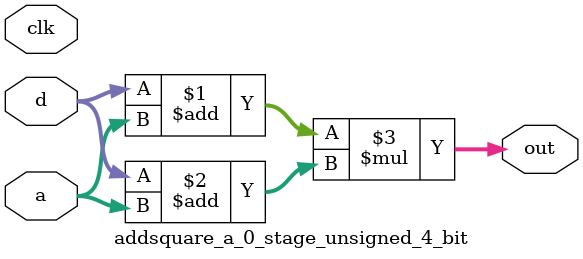
<source format=sv>
(* use_dsp = "yes" *) module addsquare_a_0_stage_unsigned_4_bit(
	input  [3:0] a,
	input  [3:0] d,
	output [3:0] out,
	input clk);

	assign out = (d + a) * (d + a);
endmodule

</source>
